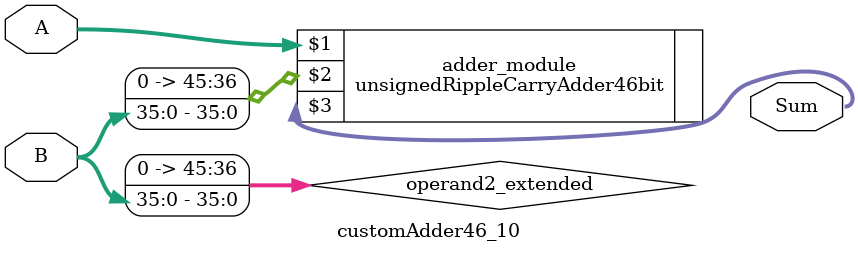
<source format=v>
module customAdder46_10(
                        input [45 : 0] A,
                        input [35 : 0] B,
                        
                        output [46 : 0] Sum
                );

        wire [45 : 0] operand2_extended;
        
        assign operand2_extended =  {10'b0, B};
        
        unsignedRippleCarryAdder46bit adder_module(
            A,
            operand2_extended,
            Sum
        );
        
        endmodule
        
</source>
